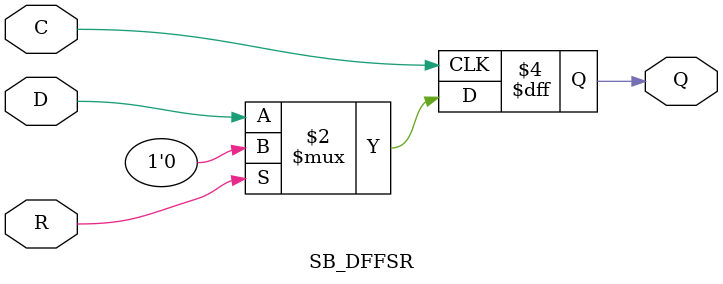
<source format=v>
/* A Verilator model
 */
module SB_DFFSR
  ( input C,D,R,
    output reg Q
    );
   initial
     Q = 1'b0;
   always @(posedge C)
     Q <= R ? 1'b0 : D;
endmodule

  

</source>
